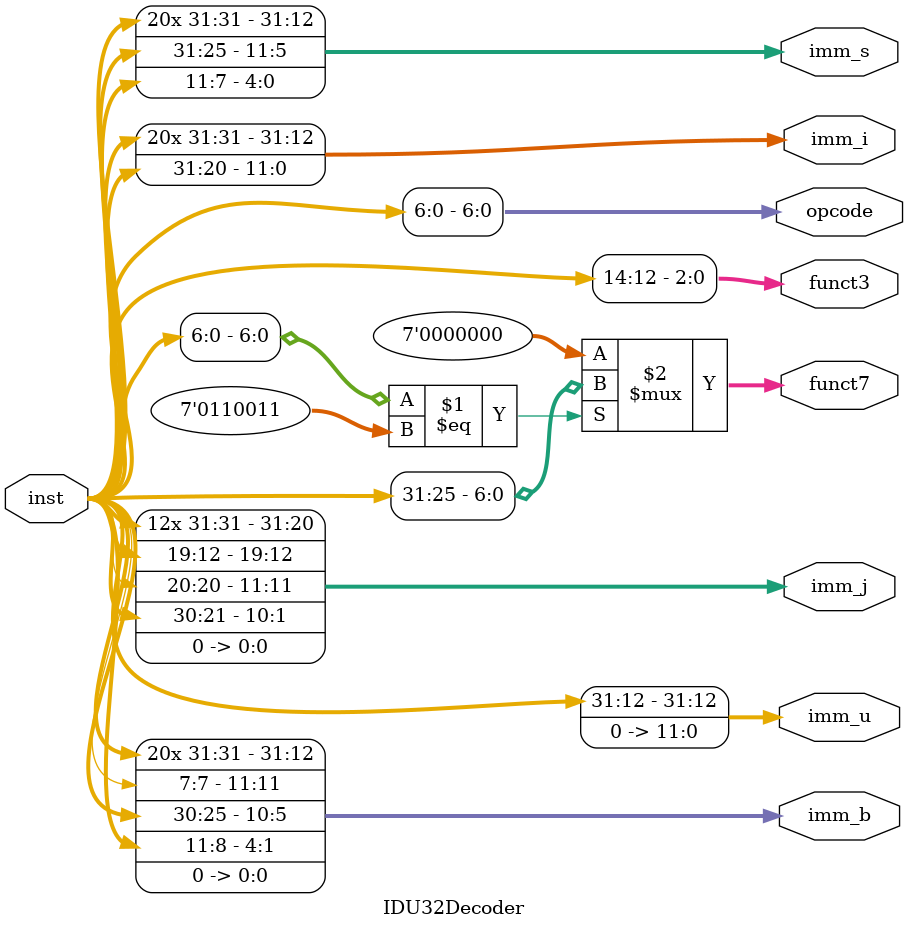
<source format=v>
`timescale 1ns / 1ps

module IDU32Decoder (  //译码单元解码器
    input  [31:0] inst,
    output [ 6:0] opcode,
    output [ 2:0] funct3,
    output [ 6:0] funct7,
    output [31:0] imm_i,
    output [31:0] imm_s,
    output [31:0] imm_b,
    output [31:0] imm_u,
    output [31:0] imm_j
);
  assign opcode = inst[6:0];
  assign funct3 = inst[14:12];
  assign funct7 = opcode == 7'b011_0011 ? inst[31:25] : 7'b0;
  assign imm_i  = {{21{inst[31]}}, inst[30:25], inst[24:21], inst[20]};
  assign imm_s  = {{21{inst[31]}}, inst[30:25], inst[11:8], inst[7]};
  assign imm_b  = {{20{inst[31]}}, inst[7], inst[30:25], inst[11:8], 1'b0};
  assign imm_u  = {inst[31], inst[30:20], inst[19:12], 12'b0};
  assign imm_j  = {{12{inst[31]}}, inst[19:12], inst[20], inst[30:25], inst[24:21], 1'b0};
endmodule

</source>
